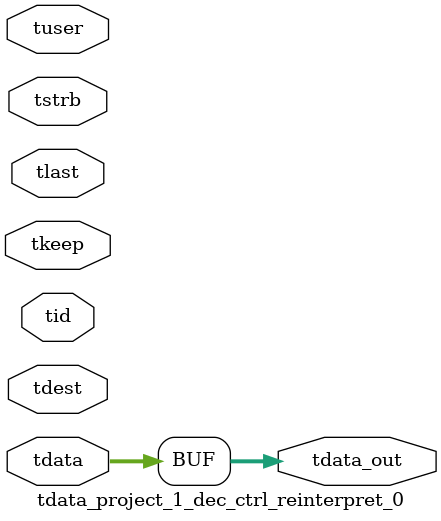
<source format=v>


`timescale 1ps/1ps

module tdata_project_1_dec_ctrl_reinterpret_0 #
(
parameter C_S_AXIS_TDATA_WIDTH = 32,
parameter C_S_AXIS_TUSER_WIDTH = 0,
parameter C_S_AXIS_TID_WIDTH   = 0,
parameter C_S_AXIS_TDEST_WIDTH = 0,
parameter C_M_AXIS_TDATA_WIDTH = 32
)
(
input  [(C_S_AXIS_TDATA_WIDTH == 0 ? 1 : C_S_AXIS_TDATA_WIDTH)-1:0     ] tdata,
input  [(C_S_AXIS_TUSER_WIDTH == 0 ? 1 : C_S_AXIS_TUSER_WIDTH)-1:0     ] tuser,
input  [(C_S_AXIS_TID_WIDTH   == 0 ? 1 : C_S_AXIS_TID_WIDTH)-1:0       ] tid,
input  [(C_S_AXIS_TDEST_WIDTH == 0 ? 1 : C_S_AXIS_TDEST_WIDTH)-1:0     ] tdest,
input  [(C_S_AXIS_TDATA_WIDTH/8)-1:0 ] tkeep,
input  [(C_S_AXIS_TDATA_WIDTH/8)-1:0 ] tstrb,
input                                                                    tlast,
output [C_M_AXIS_TDATA_WIDTH-1:0] tdata_out
);

assign tdata_out = {tdata[31:0]};

endmodule


</source>
